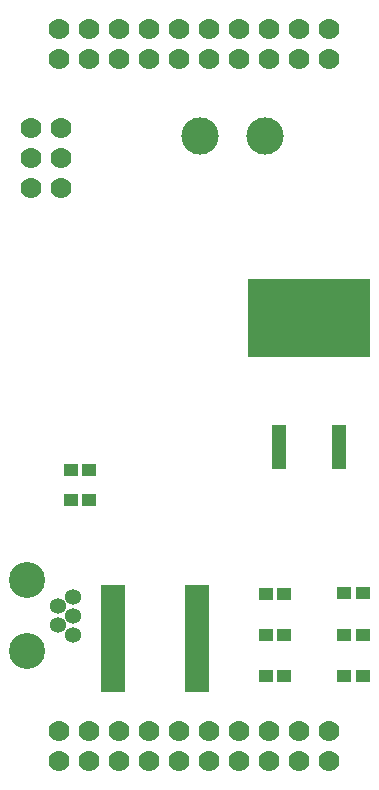
<source format=gbs>
*
*
G04 PADS 9.3.1 Build Number: 456998 generated Gerber (RS-274-X) file*
G04 PC Version=2.1*
*
%IN "BrainBoard.pcb"*%
*
%MOIN*%
*
%FSLAX35Y35*%
*
*
*
*
G04 PC Standard Apertures*
*
*
G04 Thermal Relief Aperture macro.*
%AMTER*
1,1,$1,0,0*
1,0,$1-$2,0,0*
21,0,$3,$4,0,0,45*
21,0,$3,$4,0,0,135*
%
*
*
G04 Annular Aperture macro.*
%AMANN*
1,1,$1,0,0*
1,0,$2,0,0*
%
*
*
G04 Odd Aperture macro.*
%AMODD*
1,1,$1,0,0*
1,0,$1-0.005,0,0*
%
*
*
G04 PC Custom Aperture Macros*
*
*
*
*
*
*
G04 PC Aperture Table*
*
%ADD010C,0.001*%
%ADD042R,0.048X0.04*%
%ADD051C,0.07*%
%ADD059R,0.08087X0.02772*%
%ADD178C,0.05331*%
%ADD179C,0.12024*%
%ADD184C,0.12417*%
%ADD197R,0.05X0.15*%
%ADD198R,0.41X0.26*%
*
*
*
*
G04 PC Circuitry*
G04 Layer Name BrainBoard.pcb - circuitry*
%LPD*%
*
*
G04 PC Custom Flashes*
G04 Layer Name BrainBoard.pcb - flashes*
%LPD*%
*
*
G04 PC Circuitry*
G04 Layer Name BrainBoard.pcb - circuitry*
%LPD*%
*
G54D10*
G54D42*
G01X31163Y95504D03*
X24963D03*
Y105504D03*
X31163D03*
X96163Y36754D03*
X89963D03*
X96163Y50504D03*
X89963D03*
X122413Y36754D03*
X116213D03*
X122413Y50504D03*
X116213D03*
Y64254D03*
X122413D03*
X96163Y64126D03*
X89963D03*
G54D51*
X11813Y219254D03*
X21813D03*
X11813Y209254D03*
X21813D03*
X11813Y199254D03*
X21813D03*
X21067Y8508D03*
Y18508D03*
X31067Y8508D03*
Y18508D03*
X41067Y8508D03*
Y18508D03*
X51067Y8508D03*
Y18508D03*
X61067Y8508D03*
Y18508D03*
X71067Y8508D03*
Y18508D03*
X81067Y8508D03*
Y18508D03*
X91067Y8508D03*
Y18508D03*
X101067Y8508D03*
Y18508D03*
X111067Y8508D03*
Y18508D03*
X21067Y242258D03*
Y252258D03*
X31067Y242258D03*
Y252258D03*
X41067Y242258D03*
Y252258D03*
X51067Y242258D03*
Y252258D03*
X61067Y242258D03*
Y252258D03*
X71067Y242258D03*
Y252258D03*
X81067Y242258D03*
Y252258D03*
X91067Y242258D03*
Y252258D03*
X101067Y242258D03*
Y252258D03*
X111067Y242258D03*
Y252258D03*
G54D59*
X67039Y65888D03*
Y63329D03*
Y60770D03*
Y58211D03*
Y55652D03*
Y53093D03*
Y50533D03*
Y47974D03*
Y45415D03*
Y42856D03*
Y40297D03*
Y37738D03*
Y35179D03*
Y32620D03*
X39087D03*
Y35179D03*
Y37738D03*
Y40297D03*
Y42856D03*
Y45415D03*
Y47974D03*
Y50533D03*
Y53093D03*
Y55652D03*
Y58211D03*
Y60770D03*
Y63329D03*
Y65888D03*
G54D178*
X25563Y63102D03*
X20839Y59953D03*
X25563Y56803D03*
X20839Y53654D03*
X25563Y50504D03*
G54D179*
X10406Y44992D03*
Y68614D03*
G54D184*
X68063Y216754D03*
X89717D03*
G54D197*
X114313Y113004D03*
X94313D03*
G54D198*
X104313Y156004D03*
X0Y0D02*
M02*

</source>
